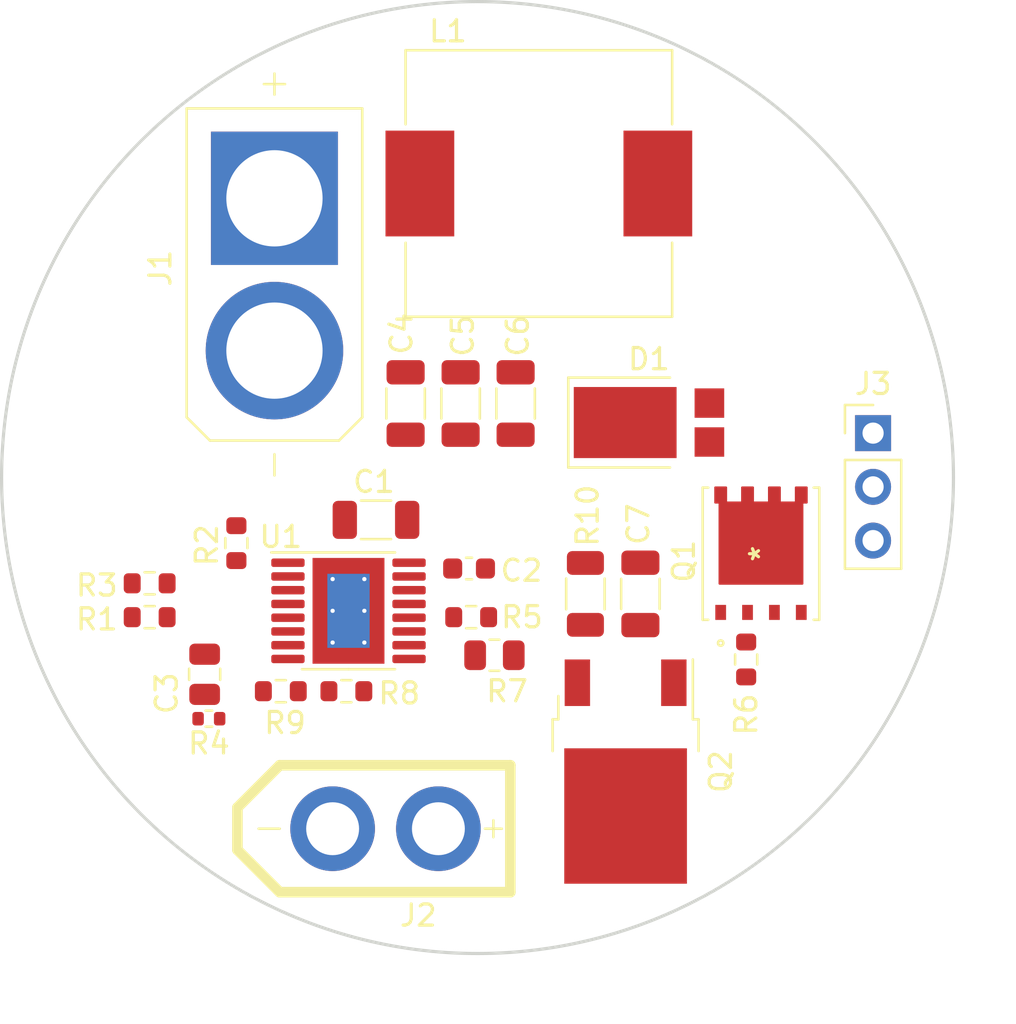
<source format=kicad_pcb>
(kicad_pcb (version 20211014) (generator pcbnew)
  (layers (0 "F.Cu" signal) (31 "B.Cu" signal) (34 "B.Paste" user) (35 "F.Paste" user) (36 "B.SilkS" user "B.Silkscreen") (37 "F.SilkS" user "F.Silkscreen") (38 "B.Mask" user) (39 "F.Mask" user) (44 "Edge.Cuts" user))
  (net 0 "")
  (net 1 "Net-(D1-Pad2)")
  (net 2 "GND")
  (net 3 "/VCC")
  (net 4 "/COMP")
  (net 5 "/RCS")
  (net 6 "/NDRV")
  (net 7 "/!DIMOUT")
  (net 8 "/ICTRL")
  (net 9 "/RT{slash}SYNC")
  (net 10 "/CS")
  (net 11 "/ISENSE-")
  (net 12 "/OPV")
  (net 13 "/comp_RC")
  (net 14 "/ISENSE+")
  (net 15 "/ISENSE-R")
  (net 16 "/IN")
  (net 17 "/LED+")
  (net 18 "/!FTL")
  (net 19 "/PWMDIM")
  (footprint "Connector_PinHeader_2.54mm:PinHeader_1x03_P2.54mm_Vertical" (layer "F.Cu") (at 174.6 91.7)
    (fp_text reference "J3" (at 0 -2.33) (layer "F.SilkS"))
    (fp_text value "Conn_01x03_Male")
    (fp_line (start 1.33 1.27) (end 1.33 6.41) (layer "F.SilkS") (width 0.12))
    (fp_line (start -1.33 1.27) (end -1.33 6.41) (layer "F.SilkS") (width 0.12))
    (fp_line (start -1.33 1.27) (end 1.33 1.27) (layer "F.SilkS") (width 0.12))
    (fp_line (start -1.33 6.41) (end 1.33 6.41) (layer "F.SilkS") (width 0.12))
    (fp_line (start -1.33 0) (end -1.33 -1.33) (layer "F.SilkS") (width 0.12))
    (fp_line (start -1.33 -1.33) (end 0 -1.33) (layer "F.SilkS") (width 0.12))
    (pad "1" thru_hole rect (at 0 0) (size 1.7 1.7) (drill 1) (layers *.Cu *.Mask) (net 2 "GND"))
    (pad "2" thru_hole oval (at 0 2.54) (size 1.7 1.7) (drill 1) (layers *.Cu *.Mask) (net 19 "/PWMDIM"))
    (pad "3" thru_hole oval (at 0 5.08) (size 1.7 1.7) (drill 1) (layers *.Cu *.Mask) (net 18 "/!FTL"))
  )
  (footprint "Resistor_SMD:R_0603_1608Metric" (layer "F.Cu") (at 140.4 100.4)
    (fp_text reference "R1" (at -2.5 0.1) (layer "F.SilkS"))
    (fp_text value "100k")
    (fp_line (start -0.237258 0.5225) (end 0.237258 0.5225) (layer "F.SilkS") (width 0.12))
    (fp_line (start -0.237258 -0.5225) (end 0.237258 -0.5225) (layer "F.SilkS") (width 0.12))
    (pad "1" smd roundrect (at -0.825 0) (size 0.8 0.95) (layers "F.Cu" "F.Paste" "F.Mask") (net 2 "GND"))
    (pad "2" smd roundrect (at 0.825 0) (size 0.8 0.95) (layers "F.Cu" "F.Paste" "F.Mask") (net 8 "/ICTRL"))
  )
  (footprint "Resistor_SMD:R_0805_2012Metric" (layer "F.Cu") (at 156.7 102.2)
    (fp_text reference "R7" (at 0.6 1.7) (layer "F.SilkS"))
    (fp_text value "100R")
    (fp_line (start -0.227064 -0.735) (end 0.227064 -0.735) (layer "F.SilkS") (width 0.12))
    (fp_line (start -0.227064 0.735) (end 0.227064 0.735) (layer "F.SilkS") (width 0.12))
    (pad "1" smd roundrect (at -0.9125 0) (size 1.025 1.4) (layers "F.Cu" "F.Paste" "F.Mask") (roundrect_rratio 0.243902) (net 11 "/ISENSE-"))
    (pad "2" smd roundrect (at 0.9125 0) (size 1.025 1.4) (layers "F.Cu" "F.Paste" "F.Mask") (roundrect_rratio 0.243902) (net 15 "/ISENSE-R"))
  )
  (footprint "Eldalote-footprints:XT30" (layer "F.Cu") (at 151.55 110.4)
    (fp_text reference "J2" (at 1.55 4.1 unlocked) (layer "F.SilkS"))
    (fp_text value "XT30")
    (fp_line (start -6 0) (end -5 0) (layer "F.SilkS") (width 0.12))
    (fp_line (start 5.9 -3) (end -5 -3) (layer "F.SilkS") (width 0.5))
    (fp_line (start -7 1) (end -5 3) (layer "F.SilkS") (width 0.5))
    (fp_line (start 5.9 -3) (end 5.9 3) (layer "F.SilkS") (width 0.5))
    (fp_line (start 4.7 0) (end 5.5 0) (layer "F.SilkS") (width 0.12))
    (fp_line (start 5.9 3) (end -5 3) (layer "F.SilkS") (width 0.5))
    (fp_line (start -7 -1) (end -7 1) (layer "F.SilkS") (width 0.5))
    (fp_line (start -7 -1) (end -5 -3) (layer "F.SilkS") (width 0.5))
    (fp_line (start 5.1 -0.4) (end 5.1 0.4) (layer "F.SilkS") (width 0.12))
    (pad "1" thru_hole circle (at -2.5 0) (size 4 4) (drill 2.5) (layers *.Cu *.Mask) (net 2 "GND"))
    (pad "2" thru_hole circle (at 2.5 0) (size 4 4) (drill 2.5) (layers *.Cu *.Mask) (net 17 "/LED+"))
  )
  (footprint "Capacitor_SMD:C_1206_3216Metric" (layer "F.Cu") (at 163.6 99.3 -90)
    (fp_text reference "C7" (at -3.3 0.1 90) (layer "F.SilkS"))
    (fp_text value "4u7")
    (fp_line (start -0.711252 0.91) (end 0.711252 0.91) (layer "F.SilkS") (width 0.12))
    (fp_line (start -0.711252 -0.91) (end 0.711252 -0.91) (layer "F.SilkS") (width 0.12))
    (pad "1" smd roundrect (at -1.475 0 270) (size 1.15 1.8) (layers "F.Cu" "F.Paste" "F.Mask") (roundrect_rratio 0.217391) (net 14 "/ISENSE+"))
    (pad "2" smd roundrect (at 1.475 0 270) (size 1.15 1.8) (layers "F.Cu" "F.Paste" "F.Mask") (roundrect_rratio 0.217391) (net 2 "GND"))
  )
  (footprint "Ultralibrarianfootprints:SIR696DP-T1-GE3" (layer "F.Cu") (at 169.3 97.4 90)
    (fp_text reference "Q1" (at -0.35 -3.65 90) (layer "F.SilkS"))
    (fp_text value "SIR696DP-T1-GE3" hide)
    (fp_text user "*" (at 0 0 90) (layer "F.SilkS"))
    (fp_poly (pts (xy -1.415999 -1.9558) (xy -1.415999 1.9558) (xy 2.419401 1.9558) (xy 2.419401 2.159) (xy 3.1306 2.159) (xy 3.130601 1.651) (xy 2.419401 1.651) (xy 2.419401 0.889) (xy 3.130601 0.889) (xy 3.130601 0.381) (xy 2.419401 0.381) (xy 2.419401 -0.381) (xy 3.130601 -0.381) (xy 3.130601 -0.889) (xy 2.419401 -0.889) (xy 2.419401 -1.651) (xy 3.130601 -1.651) (xy 3.130601 -2.159) (xy 2.419401 -2.159) (xy 2.419401 -1.9558)) (layer "F.Cu") (width 0.1) (fill solid))
    (fp_line (start -3.1242 2.49174) (end -3.1242 2.7559) (layer "F.SilkS") (width 0.12))
    (fp_line (start 3.1242 2.7559) (end 3.1242 2.49174) (layer "F.SilkS") (width 0.12))
    (fp_line (start 3.1242 -2.7559) (end -3.1242 -2.7559) (layer "F.SilkS") (width 0.12))
    (fp_line (start -3.1242 -2.7559) (end -3.1242 -2.49174) (layer "F.SilkS") (width 0.12))
    (fp_line (start 3.1242 -2.49174) (end 3.1242 -2.7559) (layer "F.SilkS") (width 0.12))
    (fp_line (start -3.1242 2.7559) (end 3.1242 2.7559) (layer "F.SilkS") (width 0.12))
    (fp_circle (center -4.2228 -1.905) (end -4.0958 -1.905) (layer "F.SilkS") (width 0.12) (fill none))
    (pad "1" smd rect (at -2.775001 -1.905 90) (size 0.7112 0.508) (layers "F.Cu" "F.Paste" "F.Mask") (net 5 "/RCS"))
    (pad "2" smd rect (at -2.775001 -0.635 90) (size 0.7112 0.508) (layers "F.Cu" "F.Paste" "F.Mask") (net 5 "/RCS"))
    (pad "3" smd rect (at -2.775001 0.635 90) (size 0.7112 0.508) (layers "F.Cu" "F.Paste" "F.Mask") (net 5 "/RCS"))
    (pad "4" smd rect (at -2.775001 1.905 90) (size 0.7112 0.508) (layers "F.Cu" "F.Paste" "F.Mask") (net 6 "/NDRV"))
    (pad "5" smd rect (at 2.775001 1.905 90) (size 0.7112 0.508) (layers "F.Cu" "F.Paste" "F.Mask") (net 1 "Net-(D1-Pad2)"))
    (pad "6" smd rect (at 2.775001 0.635 90) (size 0.7112 0.508) (layers "F.Cu" "F.Paste" "F.Mask") (net 1 "Net-(D1-Pad2)"))
    (pad "7" smd rect (at 2.775001 -0.635 90) (size 0.7112 0.508) (layers "F.Cu" "F.Paste" "F.Mask") (net 1 "Net-(D1-Pad2)"))
    (pad "8" smd rect (at 2.775001 -1.905 90) (size 0.7112 0.508) (layers "F.Cu" "F.Paste" "F.Mask") (net 1 "Net-(D1-Pad2)"))
  )
  (footprint "Eldalote-footprints:SRP-1265C" (layer "F.Cu") (at 158.8 79.9)
    (fp_text reference "L1" (at -4.3 -7.2 unlocked) (layer "F.SilkS"))
    (fp_text value "SRP1265C-6R8M")
    (fp_line (start 6.3 -6.3) (end -6.3 -6.3) (layer "F.SilkS") (width 0.12))
    (fp_line (start -6.3 -6.3) (end -6.3 -2.8) (layer "F.SilkS") (width 0.12))
    (fp_line (start -6.3 6.3) (end -6.3 2.8) (layer "F.SilkS") (width 0.12))
    (fp_line (start 6.3 6.3) (end -6.3 6.3) (layer "F.SilkS") (width 0.12))
    (fp_line (start 6.3 -6.3) (end 6.3 -2.8) (layer "F.SilkS") (width 0.12))
    (fp_line (start 6.3 6.3) (end 6.3 2.8) (layer "F.SilkS") (width 0.12))
    (pad "1" smd rect (at -5.625 0) (size 3.25 5) (layers "F.Cu" "F.Paste" "F.Mask") (net 16 "/IN"))
    (pad "2" smd rect (at 5.625 0) (size 3.25 5) (layers "F.Cu" "F.Paste" "F.Mask") (net 1 "Net-(D1-Pad2)"))
  )
  (footprint "Capacitor_SMD:C_1206_3216Metric" (layer "F.Cu") (at 155.1 90.3 90)
    (fp_text reference "C5" (at 3.2 0.1 90) (layer "F.SilkS"))
    (fp_text value "4u7")
    (fp_line (start -0.711252 -0.91) (end 0.711252 -0.91) (layer "F.SilkS") (width 0.12))
    (fp_line (start -0.711252 0.91) (end 0.711252 0.91) (layer "F.SilkS") (width 0.12))
    (pad "1" smd roundrect (at -1.475 0 90) (size 1.15 1.8) (layers "F.Cu" "F.Paste" "F.Mask") (roundrect_rratio 0.217391) (net 14 "/ISENSE+"))
    (pad "2" smd roundrect (at 1.475 0 90) (size 1.15 1.8) (layers "F.Cu" "F.Paste" "F.Mask") (roundrect_rratio 0.217391) (net 2 "GND"))
  )
  (footprint "Capacitor_SMD:C_0805_2012Metric" (layer "F.Cu") (at 143 103.1 -90)
    (fp_text reference "C3" (at 0.9 1.8 90) (layer "F.SilkS"))
    (fp_text value "220n/390n")
    (fp_line (start -0.261252 0.735) (end 0.261252 0.735) (layer "F.SilkS") (width 0.12))
    (fp_line (start -0.261252 -0.735) (end 0.261252 -0.735) (layer "F.SilkS") (width 0.12))
    (pad "1" smd roundrect (at -0.95 0 270) (size 1 1.45) (layers "F.Cu" "F.Paste" "F.Mask") (net 4 "/COMP"))
    (pad "2" smd roundrect (at 0.95 0 270) (size 1 1.45) (layers "F.Cu" "F.Paste" "F.Mask") (net 13 "/comp_RC"))
  )
  (footprint "Resistor_SMD:R_0603_1608Metric" (layer "F.Cu") (at 168.6 102.4 90)
    (fp_text reference "R6" (at -2.6 0 90) (layer "F.SilkS"))
    (fp_text value "51m/33m")
    (fp_line (start -0.237258 -0.5225) (end 0.237258 -0.5225) (layer "F.SilkS") (width 0.12))
    (fp_line (start -0.237258 0.5225) (end 0.237258 0.5225) (layer "F.SilkS") (width 0.12))
    (pad "1" smd roundrect (at -0.825 0 90) (size 0.8 0.95) (layers "F.Cu" "F.Paste" "F.Mask") (net 2 "GND"))
    (pad "2" smd roundrect (at 0.825 0 90) (size 0.8 0.95) (layers "F.Cu" "F.Paste" "F.Mask") (net 5 "/RCS"))
  )
  (footprint "Resistor_SMD:R_0603_1608Metric" (layer "F.Cu") (at 149.7 103.9)
    (fp_text reference "R8" (at 2.5 0.1) (layer "F.SilkS"))
    (fp_text value "5M1/4M75")
    (fp_line (start -0.237258 -0.5225) (end 0.237258 -0.5225) (layer "F.SilkS") (width 0.12))
    (fp_line (start -0.237258 0.5225) (end 0.237258 0.5225) (layer "F.SilkS") (width 0.12))
    (pad "1" smd roundrect (at -0.825 0) (size 0.8 0.95) (layers "F.Cu" "F.Paste" "F.Mask") (net 12 "/OPV"))
    (pad "2" smd roundrect (at 0.825 0) (size 0.8 0.95) (layers "F.Cu" "F.Paste" "F.Mask") (net 14 "/ISENSE+"))
  )
  (footprint "Package_SO:HTSSOP-16-1EP_4.4x5mm_P0.65mm_EP3.4x5mm_Mask2.46x2.31mm_ThermalVias" (layer "F.Cu") (at 149.8 100.1)
    (fp_text reference "U1" (at -3.2 -3.5) (layer "F.SilkS"))
    (fp_text value "MAX16833")
    (fp_line (start 0 2.76) (end -2.2 2.76) (layer "F.SilkS") (width 0.12))
    (fp_line (start 0 -2.76) (end 2.2 -2.76) (layer "F.SilkS") (width 0.12))
    (fp_line (start 0 -2.76) (end -3.65 -2.76) (layer "F.SilkS") (width 0.12))
    (fp_line (start 0 2.76) (end 2.2 2.76) (layer "F.SilkS") (width 0.12))
    (pad "1" smd roundrect (at -2.8625 -2.275) (size 1.575 0.4) (layers "F.Cu" "F.Paste" "F.Mask") (net 2 "GND"))
    (pad "2" smd roundrect (at -2.8625 -1.625) (size 1.575 0.4) (layers "F.Cu" "F.Paste" "F.Mask") (net 9 "/RT{slash}SYNC"))
    (pad "3" smd roundrect (at -2.8625 -0.975) (size 1.575 0.4) (layers "F.Cu" "F.Paste" "F.Mask") (net 2 "GND"))
    (pad "4" smd roundrect (at -2.8625 -0.325) (size 1.575 0.4) (layers "F.Cu" "F.Paste" "F.Mask") (net 8 "/ICTRL"))
    (pad "5" smd roundrect (at -2.8625 0.325) (size 1.575 0.4) (layers "F.Cu" "F.Paste" "F.Mask") (net 4 "/COMP"))
    (pad "6" smd roundrect (at -2.8625 0.975) (size 1.575 0.4) (layers "F.Cu" "F.Paste" "F.Mask") (net 18 "/!FTL"))
    (pad "7" smd roundrect (at -2.8625 1.625) (size 1.575 0.4) (layers "F.Cu" "F.Paste" "F.Mask") (net 19 "/PWMDIM"))
    (pad "8" smd roundrect (at -2.8625 2.275) (size 1.575 0.4) (layers "F.Cu" "F.Paste" "F.Mask") (net 12 "/OPV"))
    (pad "9" smd roundrect (at 2.8625 2.275) (size 1.575 0.4) (layers "F.Cu" "F.Paste" "F.Mask") (net 7 "/!DIMOUT"))
    (pad "10" smd roundrect (at 2.8625 1.625) (size 1.575 0.4) (layers "F.Cu" "F.Paste" "F.Mask") (net 11 "/ISENSE-"))
    (pad "11" smd roundrect (at 2.8625 0.975) (size 1.575 0.4) (layers "F.Cu" "F.Paste" "F.Mask") (net 14 "/ISENSE+"))
    (pad "12" smd roundrect (at 2.8625 0.325) (size 1.575 0.4) (layers "F.Cu" "F.Paste" "F.Mask") (net 10 "/CS"))
    (pad "13" smd roundrect (at 2.8625 -0.325) (size 1.575 0.4) (layers "F.Cu" "F.Paste" "F.Mask") (net 2 "GND"))
    (pad "14" smd roundrect (at 2.8625 -0.975) (size 1.575 0.4) (layers "F.Cu" "F.Paste" "F.Mask") (net 6 "/NDRV"))
    (pad "15" smd roundrect (at 2.8625 -1.625) (size 1.575 0.4) (layers "F.Cu" "F.Paste" "F.Mask") (net 3 "/VCC"))
    (pad "16" smd roundrect (at 2.8625 -2.275) (size 1.575 0.4) (layers "F.Cu" "F.Paste" "F.Mask") (net 16 "/IN"))
    (pad "17" thru_hole circle (at 0.75 1.5) (size 0.5 0.5) (drill 0.2) (layers *.Cu) (net 2 "GND"))
    (pad "17" thru_hole circle (at 0.75 -1.5) (size 0.5 0.5) (drill 0.2) (layers *.Cu) (net 2 "GND"))
    (pad "17" thru_hole circle (at -0.75 -1.5) (size 0.5 0.5) (drill 0.2) (layers *.Cu) (net 2 "GND"))
    (pad "17" thru_hole circle (at -0.75 1.5) (size 0.5 0.5) (drill 0.2) (layers *.Cu) (net 2 "GND"))
    (pad "17" smd rect (at 0 0) (size 2 3.5) (layers "B.Cu") (net 2 "GND"))
    (pad "17" thru_hole circle (at -0.75 0) (size 0.5 0.5) (drill 0.2) (layers *.Cu) (net 2 "GND"))
    (pad "17" smd rect (at 0 0) (size 3.4 5) (layers "F.Cu") (net 2 "GND"))
    (pad "17" thru_hole circle (at 0.75 0) (size 0.5 0.5) (drill 0.2) (layers *.Cu) (net 2 "GND"))
  )
  (footprint "Resistor_SMD:R_0402_1005Metric" (layer "F.Cu") (at 143.2 105.2 180)
    (fp_text reference "R4" (at 0 -1.17) (layer "F.SilkS"))
    (fp_text value "953R/120R")
    (fp_line (start -0.153641 0.38) (end 0.153641 0.38) (layer "F.SilkS") (width 0.12))
    (fp_line (start -0.153641 -0.38) (end 0.153641 -0.38) (layer "F.SilkS") (width 0.12))
    (pad "1" smd roundrect (at -0.51 0 180) (size 0.54 0.64) (layers "F.Cu" "F.Paste" "F.Mask") (net 2 "GND"))
    (pad "2" smd roundrect (at 0.51 0 180) (size 0.54 0.64) (layers "F.Cu" "F.Paste" "F.Mask") (net 13 "/comp_RC"))
  )
  (footprint "Resistor_SMD:R_1206_3216Metric" (layer "F.Cu") (at 161 99.3 90)
    (fp_text reference "R10" (at 3.7 0.1 90) (layer "F.SilkS"))
    (fp_text value "330m/130m")
    (fp_line (start -0.727064 0.91) (end 0.727064 0.91) (layer "F.SilkS") (width 0.12))
    (fp_line (start -0.727064 -0.91) (end 0.727064 -0.91) (layer "F.SilkS") (width 0.12))
    (pad "1" smd roundrect (at -1.4625 0 90) (size 1.125 1.75) (layers "F.Cu" "F.Paste" "F.Mask") (roundrect_rratio 0.222222) (net 15 "/ISENSE-R"))
    (pad "2" smd roundrect (at 1.4625 0 90) (size 1.125 1.75) (layers "F.Cu" "F.Paste" "F.Mask") (roundrect_rratio 0.222222) (net 14 "/ISENSE+"))
  )
  (footprint "Capacitor_SMD:C_1206_3216Metric" (layer "F.Cu") (at 157.7 90.3 90)
    (fp_text reference "C6" (at 3.2 0.1 90) (layer "F.SilkS"))
    (fp_text value "4u7")
    (fp_line (start -0.711252 0.91) (end 0.711252 0.91) (layer "F.SilkS") (width 0.12))
    (fp_line (start -0.711252 -0.91) (end 0.711252 -0.91) (layer "F.SilkS") (width 0.12))
    (pad "1" smd roundrect (at -1.475 0 90) (size 1.15 1.8) (layers "F.Cu" "F.Paste" "F.Mask") (roundrect_rratio 0.217391) (net 14 "/ISENSE+"))
    (pad "2" smd roundrect (at 1.475 0 90) (size 1.15 1.8) (layers "F.Cu" "F.Paste" "F.Mask") (roundrect_rratio 0.217391) (net 2 "GND"))
  )
  (footprint "Resistor_SMD:R_0603_1608Metric" (layer "F.Cu") (at 144.5 96.9 -90)
    (fp_text reference "R2" (at 0.1 1.4 90) (layer "F.SilkS"))
    (fp_text value "7k3")
    (fp_line (start -0.237258 0.5225) (end 0.237258 0.5225) (layer "F.SilkS") (width 0.12))
    (fp_line (start -0.237258 -0.5225) (end 0.237258 -0.5225) (layer "F.SilkS") (width 0.12))
    (pad "1" smd roundrect (at -0.825 0 270) (size 0.8 0.95) (layers "F.Cu" "F.Paste" "F.Mask") (net 2 "GND"))
    (pad "2" smd roundrect (at 0.825 0 270) (size 0.8 0.95) (layers "F.Cu" "F.Paste" "F.Mask") (net 9 "/RT{slash}SYNC"))
  )
  (footprint "Capacitor_SMD:C_0603_1608Metric" (layer "F.Cu") (at 155.5 98.1 180)
    (fp_text reference "C2" (at -2.475 -0.1) (layer "F.SilkS"))
    (fp_text value "2u2")
    (fp_line (start -0.14058 -0.51) (end 0.14058 -0.51) (layer "F.SilkS") (width 0.12))
    (fp_line (start -0.14058 0.51) (end 0.14058 0.51) (layer "F.SilkS") (width 0.12))
    (pad "1" smd roundrect (at -0.775 0 180) (size 0.9 0.95) (layers "F.Cu" "F.Paste" "F.Mask") (net 2 "GND"))
    (pad "2" smd roundrect (at 0.775 0 180) (size 0.9 0.95) (layers "F.Cu" "F.Paste" "F.Mask") (net 3 "/VCC"))
  )
  (footprint "Capacitor_SMD:C_1206_3216Metric" (layer "F.Cu") (at 151.1 95.8 180)
    (fp_text reference "C1" (at 0.1 1.8) (layer "F.SilkS"))
    (fp_text value "10u ")
    (fp_line (start -0.711252 -0.91) (end 0.711252 -0.91) (layer "F.SilkS") (width 0.12))
    (fp_line (start -0.711252 0.91) (end 0.711252 0.91) (layer "F.SilkS") (width 0.12))
    (pad "1" smd roundrect (at -1.475 0 180) (size 1.15 1.8) (layers "F.Cu" "F.Paste" "F.Mask") (roundrect_rratio 0.217391) (net 16 "/IN"))
    (pad "2" smd roundrect (at 1.475 0 180) (size 1.15 1.8) (layers "F.Cu" "F.Paste" "F.Mask") (roundrect_rratio 0.217391) (net 2 "GND"))
  )
  (footprint "Capacitor_SMD:C_1206_3216Metric" (layer "F.Cu") (at 152.5 90.3 90)
    (fp_text reference "C4" (at 3.3 -0.2 90) (layer "F.SilkS"))
    (fp_text value "4u7")
    (fp_line (start -0.711252 -0.91) (end 0.711252 -0.91) (layer "F.SilkS") (width 0.12))
    (fp_line (start -0.711252 0.91) (end 0.711252 0.91) (layer "F.SilkS") (width 0.12))
    (pad "1" smd roundrect (at -1.475 0 90) (size 1.15 1.8) (layers "F.Cu" "F.Paste" "F.Mask") (roundrect_rratio 0.217391) (net 14 "/ISENSE+"))
    (pad "2" smd roundrect (at 1.475 0 90) (size 1.15 1.8) (layers "F.Cu" "F.Paste" "F.Mask") (roundrect_rratio 0.217391) (net 2 "GND"))
  )
  (footprint "Package_TO_SOT_SMD:TO-252-2" (layer "F.Cu") (at 162.9 107.7 -90)
    (fp_text reference "Q2" (at 0 -4.5 90) (layer "F.SilkS"))
    (fp_text value "SUD50P10-43L-GE3")
    (fp_line (start -2.47 -3.18) (end -5.3 -3.18) (layer "F.SilkS") (width 0.12))
    (fp_line (start -2.47 -3.45) (end -2.47 -3.18) (layer "F.SilkS") (width 0.12))
    (fp_line (start -2.47 3.45) (end -2.47 3.18) (layer "F.SilkS") (width 0.12))
    (fp_line (start -0.97 3.45) (end -2.47 3.45) (layer "F.SilkS") (width 0.12))
    (fp_line (start -0.97 -3.45) (end -2.47 -3.45) (layer "F.SilkS") (width 0.12))
    (fp_line (start -2.47 3.18) (end -3.57 3.18) (layer "F.SilkS") (width 0.12))
    (pad "1" smd rect (at -4.2 -2.28 270) (size 2.2 1.2) (layers "F.Cu" "F.Paste" "F.Mask") (net 7 "/!DIMOUT"))
    (pad "2" smd rect (at 2.1 0 270) (size 6.4 5.8) (layers "F.Cu" "F.Mask") (net 17 "/LED+"))
    (pad "3" smd rect (at -4.2 2.28 270) (size 2.2 1.2) (layers "F.Cu" "F.Paste" "F.Mask") (net 15 "/ISENSE-R"))
  )
  (footprint "Resistor_SMD:R_0603_1608Metric" (layer "F.Cu") (at 140.4 98.8 180)
    (fp_text reference "R3" (at 2.5 -0.1) (layer "F.SilkS"))
    (fp_text value "100k")
    (fp_line (start -0.237258 0.5225) (end 0.237258 0.5225) (layer "F.SilkS") (width 0.12))
    (fp_line (start -0.237258 -0.5225) (end 0.237258 -0.5225) (layer "F.SilkS") (width 0.12))
    (pad "1" smd roundrect (at -0.825 0 180) (size 0.8 0.95) (layers "F.Cu" "F.Paste" "F.Mask") (net 8 "/ICTRL"))
    (pad "2" smd roundrect (at 0.825 0 180) (size 0.8 0.95) (layers "F.Cu" "F.Paste" "F.Mask") (net 3 "/VCC"))
  )
  (footprint "Eldalote-footprints:XT60" (layer "F.Cu") (at 146.3 84.2 90)
    (fp_text reference "J1" (at 0.3 -5.4 90 unlocked) (layer "F.SilkS"))
    (fp_text value "XT60")
    (fp_line (start -6.75 -4.15) (end 7.85 -4.15) (layer "F.SilkS") (width 0.12))
    (fp_line (start 7.85 4.15) (end -6.75 4.15) (layer "F.SilkS") (width 0.12))
    (fp_line (start 9 -0.5) (end 9 0.5) (layer "F.SilkS") (width 0.12))
    (fp_line (start -7.85 3.05) (end -7.85 -3.05) (layer "F.SilkS") (width 0.12))
    (fp_line (start 7.85 -4.15) (end 7.85 4.15) (layer "F.SilkS") (width 0.12))
    (fp_line (start -9.5 0) (end -8.5 0) (layer "F.SilkS") (width 0.12))
    (fp_line (start -6.75 4.15) (end -7.85 3.05) (layer "F.SilkS") (width 0.12))
    (fp_line (start -7.85 -3.05) (end -6.75 -4.15) (layer "F.SilkS") (width 0.12))
    (fp_line (start 8.5 0) (end 9.5 0) (layer "F.SilkS") (width 0.12))
    (pad "N" thru_hole circle (at -3.6 0 90) (size 6.5 6.5) (drill 4.55) (layers *.Cu *.Mask) (net 2 "GND"))
    (pad "P" thru_hole rect (at 3.6 0 90) (size 6.3 6) (drill 4.55) (layers *.Cu *.Mask) (net 16 "/IN"))
  )
  (footprint "Resistor_SMD:R_0603_1608Metric" (layer "F.Cu") (at 155.6 100.4)
    (fp_text reference "R5" (at 2.4 0) (layer "F.SilkS"))
    (fp_text value "4k7/2k7")
    (fp_line (start -0.237258 0.5225) (end 0.237258 0.5225) (layer "F.SilkS") (width 0.12))
    (fp_line (start -0.237258 -0.5225) (end 0.237258 -0.5225) (layer "F.SilkS") (width 0.12))
    (pad "1" smd roundrect (at -0.825 0) (size 0.8 0.95) (layers "F.Cu" "F.Paste" "F.Mask") (net 10 "/CS"))
    (pad "2" smd roundrect (at 0.825 0) (size 0.8 0.95) (layers "F.Cu" "F.Paste" "F.Mask") (net 5 "/RCS"))
  )
  (footprint "Diode_SMD:D_PowerDI-5" (layer "F.Cu") (at 164 91.2)
    (fp_text reference "D1" (at 0 -3) (layer "F.SilkS"))
    (fp_text value "D_Schottky")
    (fp_line (start -3.81 2.125) (end -3.81 -2.125) (layer "F.SilkS") (width 0.12))
    (fp_line (start 1 -2.125) (end -3.81 -2.125) (layer "F.SilkS") (width 0.12))
    (fp_line (start -3.81 2.125) (end 1 2.125) (layer "F.SilkS") (width 0.12))
    (pad "1" smd rect (at -1.12 0 180) (size 4.86 3.36) (layers "F.Cu" "F.Paste" "F.Mask") (net 14 "/ISENSE+"))
    (pad "2" smd rect (at 2.862 0.92 180) (size 1.4 1.39) (layers "F.Cu" "F.Paste" "F.Mask") (net 1 "Net-(D1-Pad2)"))
    (pad "2" smd rect (at 2.862 -0.92 180) (size 1.4 1.39) (layers "F.Cu" "F.Paste" "F.Mask") (net 1 "Net-(D1-Pad2)"))
  )
  (footprint "Resistor_SMD:R_0603_1608Metric" (layer "F.Cu") (at 146.6 103.9)
    (fp_text reference "R9" (at 0.2 1.5) (layer "F.SilkS"))
    (fp_text value "100k")
    (fp_line (start -0.237258 -0.5225) (end 0.237258 -0.5225) (layer "F.SilkS") (width 0.12))
    (fp_line (start -0.237258 0.5225) (end 0.237258 0.5225) (layer "F.SilkS") (width 0.12))
    (pad "1" smd roundrect (at -0.825 0) (size 0.8 0.95) (layers "F.Cu" "F.Paste" "F.Mask") (net 2 "GND"))
    (pad "2" smd roundrect (at 0.825 0) (size 0.8 0.95) (layers "F.Cu" "F.Paste" "F.Mask") (net 12 "/OPV"))
  )
  (gr_circle (center 155.9 93.8) (end 178.4 93.8) (layer "Edge.Cuts") (width 0.15) (fill none))
)
</source>
